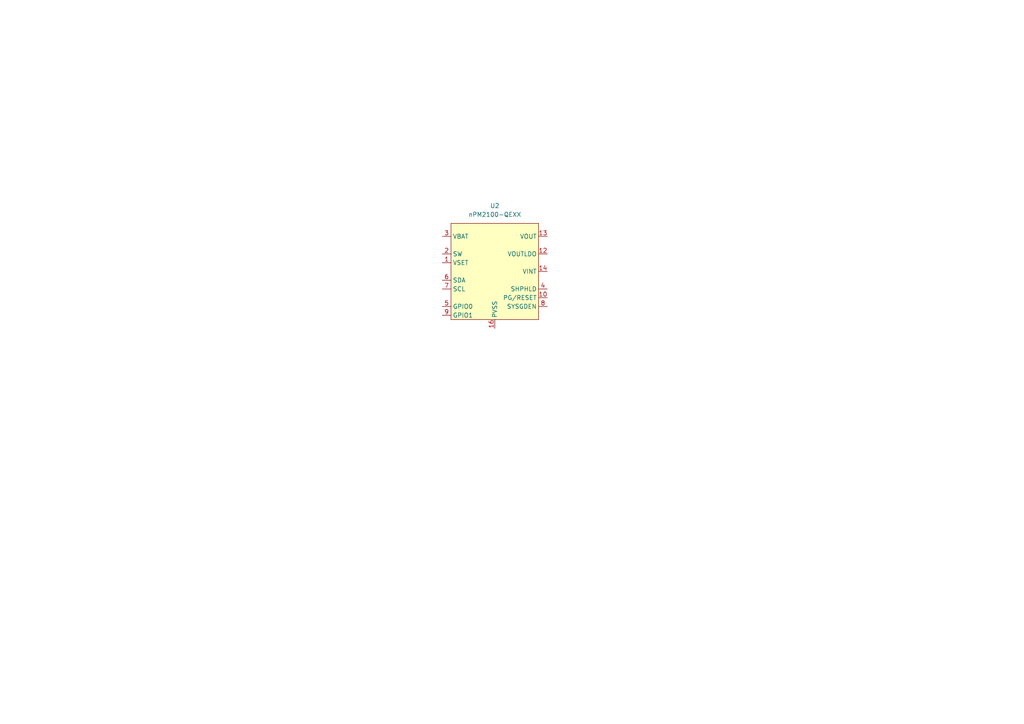
<source format=kicad_sch>
(kicad_sch (version 20250114) (generator "eeschema") (generator_version "9.0")
  (paper "A4")
  (title_block (title "PSLabel") (date "2025-06-19"))
  (lib_symbols
    (symbol "nordic-lib-kicad-npm:nPM2100-QEXX"
      (property "Reference" "U" (at -10.16 19.05 0))
      (property "Value" "nPM2100-QEXX" (at -3.81 16.51 0))
      (symbol "nPM2100-QEXX_0_0"
        (pin power_in line (at -15.24 10.16 0) (length 2.54) (name "VBAT") (number "3"))
        (pin passive line (at -15.24 5.08 0) (length 2.54) (name "SW") (number "2"))
        (pin input line (at -15.24 2.54 0) (length 2.54) (name "VSET") (number "1"))
        (pin bidirectional line (at -15.24 -2.54 0) (length 2.54) (name "SDA") (number "6"))
        (pin input line (at -15.24 -5.08 0) (length 2.54) (name "SCL") (number "7"))
        (pin bidirectional line (at -15.24 -10.16 0) (length 2.54) (name "GPIO0") (number "5"))
        (pin bidirectional line (at -15.24 -12.7 0) (length 2.54) (name "GPIO1") (number "9"))
        (pin power_in line (at 0 -16.51 90) (length 2.54) (hide yes) (name "AVSS2") (number "11"))
        (pin power_in line (at 0 -16.51 90) (length 2.54) (name "PVSS") (number "16"))
        (pin passive line (at 0 -16.51 90) (length 2.54) (hide yes) (name "EP") (number "17"))
        (pin power_out line (at 15.24 10.16 180) (length 2.54) (name "VOUT") (number "13"))
        (pin passive line (at 15.24 0 180) (length 2.54) (name "VINT") (number "14"))
        (pin passive line (at 15.24 0 180) (length 2.54) (hide yes) (name "VINT") (number "15"))
        (pin input line (at 15.24 -5.08 180) (length 2.54) (name "SHPHLD") (number "4"))
        (pin bidirectional line (at 15.24 -7.62 180) (length 2.54) (name "PG/RESET") (number "10"))
        (pin input line (at 15.24 -10.16 180) (length 2.54) (name "SYSGDEN") (number "8"))
      )
      (symbol "nPM2100-QEXX_1_0"
        (pin power_out line (at 15.24 5.08 180) (length 2.54) (name "VOUTLDO") (number "12"))
      )
      (symbol "nPM2100-QEXX_1_1"
        (rectangle (start -12.7 13.97) (end 12.7 -13.97) (fill (type background)))
      )
    )
  )
  (symbol (lib_id "nordic-lib-kicad-npm:nPM2100-QEXX") (at 143.51 78.74 0) (unit 1)
    (property "Reference" "U2" (at 143.51 59.69 0))
    (property "Value" "nPM2100-QEXX" (at 143.51 62.23 0))
    (property "Footprint" "Package_DFN_QFN:UQFN-16-1EP_4x4mm_P0.65mm_EP2.6x2.6mm" (effects (hide yes)))
  )
)
</source>
